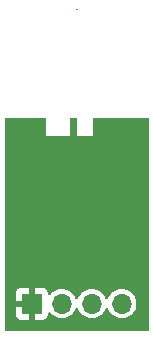
<source format=gbr>
%TF.GenerationSoftware,KiCad,Pcbnew,6.0.2*%
%TF.CreationDate,2022-03-10T16:51:48-05:00*%
%TF.ProjectId,prox-sense-single-mtch105-omni-v0.1-19.05mm-handsolder,70726f78-2d73-4656-9e73-652d73696e67,v0.1*%
%TF.SameCoordinates,Original*%
%TF.FileFunction,Copper,L2,Bot*%
%TF.FilePolarity,Positive*%
%FSLAX46Y46*%
G04 Gerber Fmt 4.6, Leading zero omitted, Abs format (unit mm)*
G04 Created by KiCad (PCBNEW 6.0.2) date 2022-03-10 16:51:48*
%MOMM*%
%LPD*%
G01*
G04 APERTURE LIST*
%TA.AperFunction,ComponentPad*%
%ADD10R,1.700000X1.700000*%
%TD*%
%TA.AperFunction,ComponentPad*%
%ADD11O,1.700000X1.700000*%
%TD*%
%TA.AperFunction,ViaPad*%
%ADD12C,0.508000*%
%TD*%
%TA.AperFunction,Conductor*%
%ADD13C,0.152400*%
%TD*%
G04 APERTURE END LIST*
D10*
%TO.P,J1,1,Pin_1*%
%TO.N,GND*%
X138690000Y-113802000D03*
D11*
%TO.P,J1,2,Pin_2*%
%TO.N,SENSITIVITY*%
X141230000Y-113802000D03*
%TO.P,J1,3,Pin_3*%
%TO.N,OUT*%
X143770000Y-113802000D03*
%TO.P,J1,4,Pin_4*%
%TO.N,+3V3*%
X146310000Y-113802000D03*
%TD*%
D12*
%TO.N,GND*%
X146000000Y-105500000D03*
X142750000Y-101758852D03*
X147750000Y-108000000D03*
X142750000Y-107250000D03*
X137000000Y-99250000D03*
X147750000Y-115250000D03*
X138750000Y-111000000D03*
X146250000Y-111000000D03*
X142750000Y-111000000D03*
X137250000Y-115250000D03*
X137000000Y-105500000D03*
X147750000Y-99250000D03*
%TD*%
D13*
%TO.N,SENSE0*%
X142499994Y-88875005D02*
X142501798Y-88876809D01*
%TD*%
%TA.AperFunction,Conductor*%
%TO.N,GND*%
G36*
X139842121Y-98070002D02*
G01*
X139888614Y-98123658D01*
X139900000Y-98176000D01*
X139900000Y-99650000D01*
X141900000Y-99650000D01*
X141900000Y-98176000D01*
X141920002Y-98107879D01*
X141973658Y-98061386D01*
X142026000Y-98050000D01*
X142374000Y-98050000D01*
X142442121Y-98070002D01*
X142488614Y-98123658D01*
X142500000Y-98176000D01*
X142500000Y-99650000D01*
X143850000Y-99650000D01*
X143850000Y-98176000D01*
X143870002Y-98107879D01*
X143923658Y-98061386D01*
X143976000Y-98050000D01*
X148493000Y-98050000D01*
X148561121Y-98070002D01*
X148607614Y-98123658D01*
X148619000Y-98176000D01*
X148619000Y-115993000D01*
X148598998Y-116061121D01*
X148545342Y-116107614D01*
X148493000Y-116119000D01*
X136507000Y-116119000D01*
X136438879Y-116098998D01*
X136392386Y-116045342D01*
X136381000Y-115993000D01*
X136381000Y-114696669D01*
X137332001Y-114696669D01*
X137332371Y-114703490D01*
X137337895Y-114754352D01*
X137341521Y-114769604D01*
X137386676Y-114890054D01*
X137395214Y-114905649D01*
X137471715Y-115007724D01*
X137484276Y-115020285D01*
X137586351Y-115096786D01*
X137601946Y-115105324D01*
X137722394Y-115150478D01*
X137737649Y-115154105D01*
X137788514Y-115159631D01*
X137795328Y-115160000D01*
X138417885Y-115160000D01*
X138433124Y-115155525D01*
X138434329Y-115154135D01*
X138436000Y-115146452D01*
X138436000Y-115141884D01*
X138944000Y-115141884D01*
X138948475Y-115157123D01*
X138949865Y-115158328D01*
X138957548Y-115159999D01*
X139584669Y-115159999D01*
X139591490Y-115159629D01*
X139642352Y-115154105D01*
X139657604Y-115150479D01*
X139778054Y-115105324D01*
X139793649Y-115096786D01*
X139895724Y-115020285D01*
X139908285Y-115007724D01*
X139984786Y-114905649D01*
X139993324Y-114890054D01*
X140038478Y-114769606D01*
X140042105Y-114754351D01*
X140047631Y-114703486D01*
X140048000Y-114696672D01*
X140048000Y-114660605D01*
X140068002Y-114592484D01*
X140121658Y-114545991D01*
X140191932Y-114535887D01*
X140256512Y-114565381D01*
X140277212Y-114588333D01*
X140283013Y-114596617D01*
X140435383Y-114748987D01*
X140439891Y-114752144D01*
X140439894Y-114752146D01*
X140443045Y-114754352D01*
X140611898Y-114872584D01*
X140616880Y-114874907D01*
X140616885Y-114874910D01*
X140802211Y-114961329D01*
X140807193Y-114963652D01*
X140812501Y-114965074D01*
X140812503Y-114965075D01*
X141010020Y-115017999D01*
X141010022Y-115017999D01*
X141015335Y-115019423D01*
X141230000Y-115038204D01*
X141444665Y-115019423D01*
X141449978Y-115017999D01*
X141449980Y-115017999D01*
X141647497Y-114965075D01*
X141647499Y-114965074D01*
X141652807Y-114963652D01*
X141657789Y-114961329D01*
X141843115Y-114874910D01*
X141843120Y-114874907D01*
X141848102Y-114872584D01*
X142016955Y-114754352D01*
X142020106Y-114752146D01*
X142020109Y-114752144D01*
X142024617Y-114748987D01*
X142176987Y-114596617D01*
X142300584Y-114420102D01*
X142302907Y-114415120D01*
X142302910Y-114415115D01*
X142385805Y-114237346D01*
X142432723Y-114184061D01*
X142501000Y-114164600D01*
X142568960Y-114185142D01*
X142614195Y-114237346D01*
X142697090Y-114415115D01*
X142697093Y-114415120D01*
X142699416Y-114420102D01*
X142823013Y-114596617D01*
X142975383Y-114748987D01*
X142979891Y-114752144D01*
X142979894Y-114752146D01*
X142983045Y-114754352D01*
X143151898Y-114872584D01*
X143156880Y-114874907D01*
X143156885Y-114874910D01*
X143342211Y-114961329D01*
X143347193Y-114963652D01*
X143352501Y-114965074D01*
X143352503Y-114965075D01*
X143550020Y-115017999D01*
X143550022Y-115017999D01*
X143555335Y-115019423D01*
X143770000Y-115038204D01*
X143984665Y-115019423D01*
X143989978Y-115017999D01*
X143989980Y-115017999D01*
X144187497Y-114965075D01*
X144187499Y-114965074D01*
X144192807Y-114963652D01*
X144197789Y-114961329D01*
X144383115Y-114874910D01*
X144383120Y-114874907D01*
X144388102Y-114872584D01*
X144556955Y-114754352D01*
X144560106Y-114752146D01*
X144560109Y-114752144D01*
X144564617Y-114748987D01*
X144716987Y-114596617D01*
X144840584Y-114420102D01*
X144842907Y-114415120D01*
X144842910Y-114415115D01*
X144925805Y-114237346D01*
X144972723Y-114184061D01*
X145041000Y-114164600D01*
X145108960Y-114185142D01*
X145154195Y-114237346D01*
X145237090Y-114415115D01*
X145237093Y-114415120D01*
X145239416Y-114420102D01*
X145363013Y-114596617D01*
X145515383Y-114748987D01*
X145519891Y-114752144D01*
X145519894Y-114752146D01*
X145523045Y-114754352D01*
X145691898Y-114872584D01*
X145696880Y-114874907D01*
X145696885Y-114874910D01*
X145882211Y-114961329D01*
X145887193Y-114963652D01*
X145892501Y-114965074D01*
X145892503Y-114965075D01*
X146090020Y-115017999D01*
X146090022Y-115017999D01*
X146095335Y-115019423D01*
X146310000Y-115038204D01*
X146524665Y-115019423D01*
X146529978Y-115017999D01*
X146529980Y-115017999D01*
X146727497Y-114965075D01*
X146727499Y-114965074D01*
X146732807Y-114963652D01*
X146737789Y-114961329D01*
X146923115Y-114874910D01*
X146923120Y-114874907D01*
X146928102Y-114872584D01*
X147096955Y-114754352D01*
X147100106Y-114752146D01*
X147100109Y-114752144D01*
X147104617Y-114748987D01*
X147256987Y-114596617D01*
X147380584Y-114420102D01*
X147382907Y-114415120D01*
X147382910Y-114415115D01*
X147469329Y-114229789D01*
X147469330Y-114229787D01*
X147471652Y-114224807D01*
X147512030Y-114074115D01*
X147525999Y-114021980D01*
X147525999Y-114021978D01*
X147527423Y-114016665D01*
X147546204Y-113802000D01*
X147527423Y-113587335D01*
X147513253Y-113534452D01*
X147473075Y-113384503D01*
X147473074Y-113384501D01*
X147471652Y-113379193D01*
X147465805Y-113366654D01*
X147382910Y-113188885D01*
X147382907Y-113188880D01*
X147380584Y-113183898D01*
X147377427Y-113179389D01*
X147260146Y-113011894D01*
X147260144Y-113011891D01*
X147256987Y-113007383D01*
X147104617Y-112855013D01*
X147100109Y-112851856D01*
X147100106Y-112851854D01*
X146932611Y-112734573D01*
X146932609Y-112734572D01*
X146928102Y-112731416D01*
X146923120Y-112729093D01*
X146923115Y-112729090D01*
X146737789Y-112642671D01*
X146737787Y-112642670D01*
X146732807Y-112640348D01*
X146727499Y-112638926D01*
X146727497Y-112638925D01*
X146529980Y-112586001D01*
X146529978Y-112586001D01*
X146524665Y-112584577D01*
X146310000Y-112565796D01*
X146095335Y-112584577D01*
X146090022Y-112586001D01*
X146090020Y-112586001D01*
X145892503Y-112638925D01*
X145892501Y-112638926D01*
X145887193Y-112640348D01*
X145882213Y-112642670D01*
X145882211Y-112642671D01*
X145696885Y-112729090D01*
X145696880Y-112729093D01*
X145691898Y-112731416D01*
X145687391Y-112734572D01*
X145687389Y-112734573D01*
X145519894Y-112851854D01*
X145519891Y-112851856D01*
X145515383Y-112855013D01*
X145363013Y-113007383D01*
X145359856Y-113011891D01*
X145359854Y-113011894D01*
X145242573Y-113179389D01*
X145239416Y-113183898D01*
X145237093Y-113188880D01*
X145237090Y-113188885D01*
X145154195Y-113366654D01*
X145107277Y-113419939D01*
X145039000Y-113439400D01*
X144971040Y-113418858D01*
X144925805Y-113366654D01*
X144842910Y-113188885D01*
X144842907Y-113188880D01*
X144840584Y-113183898D01*
X144837427Y-113179389D01*
X144720146Y-113011894D01*
X144720144Y-113011891D01*
X144716987Y-113007383D01*
X144564617Y-112855013D01*
X144560109Y-112851856D01*
X144560106Y-112851854D01*
X144392611Y-112734573D01*
X144392609Y-112734572D01*
X144388102Y-112731416D01*
X144383120Y-112729093D01*
X144383115Y-112729090D01*
X144197789Y-112642671D01*
X144197787Y-112642670D01*
X144192807Y-112640348D01*
X144187499Y-112638926D01*
X144187497Y-112638925D01*
X143989980Y-112586001D01*
X143989978Y-112586001D01*
X143984665Y-112584577D01*
X143770000Y-112565796D01*
X143555335Y-112584577D01*
X143550022Y-112586001D01*
X143550020Y-112586001D01*
X143352503Y-112638925D01*
X143352501Y-112638926D01*
X143347193Y-112640348D01*
X143342213Y-112642670D01*
X143342211Y-112642671D01*
X143156885Y-112729090D01*
X143156880Y-112729093D01*
X143151898Y-112731416D01*
X143147391Y-112734572D01*
X143147389Y-112734573D01*
X142979894Y-112851854D01*
X142979891Y-112851856D01*
X142975383Y-112855013D01*
X142823013Y-113007383D01*
X142819856Y-113011891D01*
X142819854Y-113011894D01*
X142702573Y-113179389D01*
X142699416Y-113183898D01*
X142697093Y-113188880D01*
X142697090Y-113188885D01*
X142614195Y-113366654D01*
X142567277Y-113419939D01*
X142499000Y-113439400D01*
X142431040Y-113418858D01*
X142385805Y-113366654D01*
X142302910Y-113188885D01*
X142302907Y-113188880D01*
X142300584Y-113183898D01*
X142297427Y-113179389D01*
X142180146Y-113011894D01*
X142180144Y-113011891D01*
X142176987Y-113007383D01*
X142024617Y-112855013D01*
X142020109Y-112851856D01*
X142020106Y-112851854D01*
X141852611Y-112734573D01*
X141852609Y-112734572D01*
X141848102Y-112731416D01*
X141843120Y-112729093D01*
X141843115Y-112729090D01*
X141657789Y-112642671D01*
X141657787Y-112642670D01*
X141652807Y-112640348D01*
X141647499Y-112638926D01*
X141647497Y-112638925D01*
X141449980Y-112586001D01*
X141449978Y-112586001D01*
X141444665Y-112584577D01*
X141230000Y-112565796D01*
X141015335Y-112584577D01*
X141010022Y-112586001D01*
X141010020Y-112586001D01*
X140812503Y-112638925D01*
X140812501Y-112638926D01*
X140807193Y-112640348D01*
X140802213Y-112642670D01*
X140802211Y-112642671D01*
X140616885Y-112729090D01*
X140616880Y-112729093D01*
X140611898Y-112731416D01*
X140607391Y-112734572D01*
X140607389Y-112734573D01*
X140439894Y-112851854D01*
X140439891Y-112851856D01*
X140435383Y-112855013D01*
X140283013Y-113007383D01*
X140279853Y-113011896D01*
X140277213Y-113015666D01*
X140221757Y-113059995D01*
X140151138Y-113067306D01*
X140087777Y-113035276D01*
X140051791Y-112974075D01*
X140047999Y-112943397D01*
X140047999Y-112907331D01*
X140047629Y-112900510D01*
X140042105Y-112849648D01*
X140038479Y-112834396D01*
X139993324Y-112713946D01*
X139984786Y-112698351D01*
X139908285Y-112596276D01*
X139895724Y-112583715D01*
X139793649Y-112507214D01*
X139778054Y-112498676D01*
X139657606Y-112453522D01*
X139642351Y-112449895D01*
X139591486Y-112444369D01*
X139584672Y-112444000D01*
X138962115Y-112444000D01*
X138946876Y-112448475D01*
X138945671Y-112449865D01*
X138944000Y-112457548D01*
X138944000Y-115141884D01*
X138436000Y-115141884D01*
X138436000Y-114074115D01*
X138431525Y-114058876D01*
X138430135Y-114057671D01*
X138422452Y-114056000D01*
X137350116Y-114056000D01*
X137334877Y-114060475D01*
X137333672Y-114061865D01*
X137332001Y-114069548D01*
X137332001Y-114696669D01*
X136381000Y-114696669D01*
X136381000Y-113529885D01*
X137332000Y-113529885D01*
X137336475Y-113545124D01*
X137337865Y-113546329D01*
X137345548Y-113548000D01*
X138417885Y-113548000D01*
X138433124Y-113543525D01*
X138434329Y-113542135D01*
X138436000Y-113534452D01*
X138436000Y-112462116D01*
X138431525Y-112446877D01*
X138430135Y-112445672D01*
X138422452Y-112444001D01*
X137795331Y-112444001D01*
X137788510Y-112444371D01*
X137737648Y-112449895D01*
X137722396Y-112453521D01*
X137601946Y-112498676D01*
X137586351Y-112507214D01*
X137484276Y-112583715D01*
X137471715Y-112596276D01*
X137395214Y-112698351D01*
X137386676Y-112713946D01*
X137341522Y-112834394D01*
X137337895Y-112849649D01*
X137332369Y-112900514D01*
X137332000Y-112907328D01*
X137332000Y-113529885D01*
X136381000Y-113529885D01*
X136381000Y-98176000D01*
X136401002Y-98107879D01*
X136454658Y-98061386D01*
X136507000Y-98050000D01*
X139774000Y-98050000D01*
X139842121Y-98070002D01*
G37*
%TD.AperFunction*%
%TD*%
M02*

</source>
